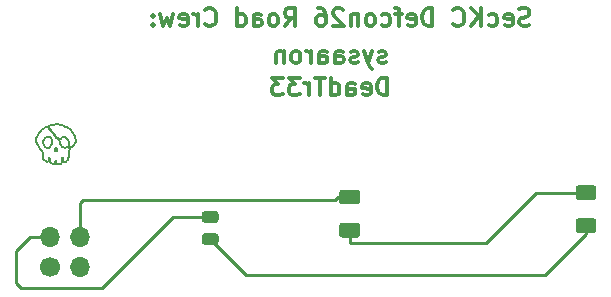
<source format=gbr>
G04 #@! TF.GenerationSoftware,KiCad,Pcbnew,(5.1.2)-1*
G04 #@! TF.CreationDate,2019-05-18T15:03:22-05:00*
G04 #@! TF.ProjectId,van-sao,76616e2d-7361-46f2-9e6b-696361645f70,rev?*
G04 #@! TF.SameCoordinates,Original*
G04 #@! TF.FileFunction,Copper,L2,Bot*
G04 #@! TF.FilePolarity,Positive*
%FSLAX46Y46*%
G04 Gerber Fmt 4.6, Leading zero omitted, Abs format (unit mm)*
G04 Created by KiCad (PCBNEW (5.1.2)-1) date 2019-05-18 15:03:22*
%MOMM*%
%LPD*%
G04 APERTURE LIST*
%ADD10C,0.300000*%
%ADD11C,0.200000*%
%ADD12C,0.100000*%
%ADD13C,1.250000*%
%ADD14C,0.975000*%
%ADD15C,1.700000*%
%ADD16O,1.700000X1.700000*%
%ADD17C,0.250000*%
G04 APERTURE END LIST*
D10*
X5292142Y8068428D02*
X5292142Y9568428D01*
X4935000Y9568428D01*
X4720714Y9497000D01*
X4577857Y9354142D01*
X4506428Y9211285D01*
X4435000Y8925571D01*
X4435000Y8711285D01*
X4506428Y8425571D01*
X4577857Y8282714D01*
X4720714Y8139857D01*
X4935000Y8068428D01*
X5292142Y8068428D01*
X3220714Y8139857D02*
X3363571Y8068428D01*
X3649285Y8068428D01*
X3792142Y8139857D01*
X3863571Y8282714D01*
X3863571Y8854142D01*
X3792142Y8997000D01*
X3649285Y9068428D01*
X3363571Y9068428D01*
X3220714Y8997000D01*
X3149285Y8854142D01*
X3149285Y8711285D01*
X3863571Y8568428D01*
X1863571Y8068428D02*
X1863571Y8854142D01*
X1935000Y8997000D01*
X2077857Y9068428D01*
X2363571Y9068428D01*
X2506428Y8997000D01*
X1863571Y8139857D02*
X2006428Y8068428D01*
X2363571Y8068428D01*
X2506428Y8139857D01*
X2577857Y8282714D01*
X2577857Y8425571D01*
X2506428Y8568428D01*
X2363571Y8639857D01*
X2006428Y8639857D01*
X1863571Y8711285D01*
X506428Y8068428D02*
X506428Y9568428D01*
X506428Y8139857D02*
X649285Y8068428D01*
X935000Y8068428D01*
X1077857Y8139857D01*
X1149285Y8211285D01*
X1220714Y8354142D01*
X1220714Y8782714D01*
X1149285Y8925571D01*
X1077857Y8997000D01*
X935000Y9068428D01*
X649285Y9068428D01*
X506428Y8997000D01*
X6428Y9568428D02*
X-850714Y9568428D01*
X-422142Y8068428D02*
X-422142Y9568428D01*
X-1350714Y8068428D02*
X-1350714Y9068428D01*
X-1350714Y8782714D02*
X-1422142Y8925571D01*
X-1493571Y8997000D01*
X-1636428Y9068428D01*
X-1779285Y9068428D01*
X-2136428Y9568428D02*
X-3064999Y9568428D01*
X-2564999Y8997000D01*
X-2779285Y8997000D01*
X-2922142Y8925571D01*
X-2993571Y8854142D01*
X-3064999Y8711285D01*
X-3064999Y8354142D01*
X-2993571Y8211285D01*
X-2922142Y8139857D01*
X-2779285Y8068428D01*
X-2350714Y8068428D01*
X-2207857Y8139857D01*
X-2136428Y8211285D01*
X-3564999Y9568428D02*
X-4493571Y9568428D01*
X-3993571Y8997000D01*
X-4207857Y8997000D01*
X-4350714Y8925571D01*
X-4422142Y8854142D01*
X-4493571Y8711285D01*
X-4493571Y8354142D01*
X-4422142Y8211285D01*
X-4350714Y8139857D01*
X-4207857Y8068428D01*
X-3779285Y8068428D01*
X-3636428Y8139857D01*
X-3564999Y8211285D01*
X5140571Y10870857D02*
X4997714Y10799428D01*
X4711999Y10799428D01*
X4569142Y10870857D01*
X4497714Y11013714D01*
X4497714Y11085142D01*
X4569142Y11228000D01*
X4711999Y11299428D01*
X4926285Y11299428D01*
X5069142Y11370857D01*
X5140571Y11513714D01*
X5140571Y11585142D01*
X5069142Y11728000D01*
X4926285Y11799428D01*
X4711999Y11799428D01*
X4569142Y11728000D01*
X3997714Y11799428D02*
X3640571Y10799428D01*
X3283428Y11799428D02*
X3640571Y10799428D01*
X3783428Y10442285D01*
X3854857Y10370857D01*
X3997714Y10299428D01*
X2783428Y10870857D02*
X2640571Y10799428D01*
X2354857Y10799428D01*
X2211999Y10870857D01*
X2140571Y11013714D01*
X2140571Y11085142D01*
X2211999Y11228000D01*
X2354857Y11299428D01*
X2569142Y11299428D01*
X2711999Y11370857D01*
X2783428Y11513714D01*
X2783428Y11585142D01*
X2711999Y11728000D01*
X2569142Y11799428D01*
X2354857Y11799428D01*
X2211999Y11728000D01*
X854857Y10799428D02*
X854857Y11585142D01*
X926285Y11728000D01*
X1069142Y11799428D01*
X1354857Y11799428D01*
X1497714Y11728000D01*
X854857Y10870857D02*
X997714Y10799428D01*
X1354857Y10799428D01*
X1497714Y10870857D01*
X1569142Y11013714D01*
X1569142Y11156571D01*
X1497714Y11299428D01*
X1354857Y11370857D01*
X997714Y11370857D01*
X854857Y11442285D01*
X-502285Y10799428D02*
X-502285Y11585142D01*
X-430857Y11728000D01*
X-288000Y11799428D01*
X-2285Y11799428D01*
X140571Y11728000D01*
X-502285Y10870857D02*
X-359428Y10799428D01*
X-2285Y10799428D01*
X140571Y10870857D01*
X211999Y11013714D01*
X211999Y11156571D01*
X140571Y11299428D01*
X-2285Y11370857D01*
X-359428Y11370857D01*
X-502285Y11442285D01*
X-1216571Y10799428D02*
X-1216571Y11799428D01*
X-1216571Y11513714D02*
X-1288000Y11656571D01*
X-1359428Y11728000D01*
X-1502285Y11799428D01*
X-1645142Y11799428D01*
X-2359428Y10799428D02*
X-2216571Y10870857D01*
X-2145142Y10942285D01*
X-2073714Y11085142D01*
X-2073714Y11513714D01*
X-2145142Y11656571D01*
X-2216571Y11728000D01*
X-2359428Y11799428D01*
X-2573714Y11799428D01*
X-2716571Y11728000D01*
X-2788000Y11656571D01*
X-2859428Y11513714D01*
X-2859428Y11085142D01*
X-2788000Y10942285D01*
X-2716571Y10870857D01*
X-2573714Y10799428D01*
X-2359428Y10799428D01*
X-3502285Y11799428D02*
X-3502285Y10799428D01*
X-3502285Y11656571D02*
X-3573714Y11728000D01*
X-3716571Y11799428D01*
X-3930857Y11799428D01*
X-4073714Y11728000D01*
X-4145142Y11585142D01*
X-4145142Y10799428D01*
X17307285Y13998857D02*
X17093000Y13927428D01*
X16735857Y13927428D01*
X16593000Y13998857D01*
X16521571Y14070285D01*
X16450142Y14213142D01*
X16450142Y14356000D01*
X16521571Y14498857D01*
X16593000Y14570285D01*
X16735857Y14641714D01*
X17021571Y14713142D01*
X17164428Y14784571D01*
X17235857Y14856000D01*
X17307285Y14998857D01*
X17307285Y15141714D01*
X17235857Y15284571D01*
X17164428Y15356000D01*
X17021571Y15427428D01*
X16664428Y15427428D01*
X16450142Y15356000D01*
X15235857Y13998857D02*
X15378714Y13927428D01*
X15664428Y13927428D01*
X15807285Y13998857D01*
X15878714Y14141714D01*
X15878714Y14713142D01*
X15807285Y14856000D01*
X15664428Y14927428D01*
X15378714Y14927428D01*
X15235857Y14856000D01*
X15164428Y14713142D01*
X15164428Y14570285D01*
X15878714Y14427428D01*
X13878714Y13998857D02*
X14021571Y13927428D01*
X14307285Y13927428D01*
X14450142Y13998857D01*
X14521571Y14070285D01*
X14592999Y14213142D01*
X14592999Y14641714D01*
X14521571Y14784571D01*
X14450142Y14856000D01*
X14307285Y14927428D01*
X14021571Y14927428D01*
X13878714Y14856000D01*
X13235857Y13927428D02*
X13235857Y15427428D01*
X12378714Y13927428D02*
X13021571Y14784571D01*
X12378714Y15427428D02*
X13235857Y14570285D01*
X10878714Y14070285D02*
X10950142Y13998857D01*
X11164428Y13927428D01*
X11307285Y13927428D01*
X11521571Y13998857D01*
X11664428Y14141714D01*
X11735857Y14284571D01*
X11807285Y14570285D01*
X11807285Y14784571D01*
X11735857Y15070285D01*
X11664428Y15213142D01*
X11521571Y15356000D01*
X11307285Y15427428D01*
X11164428Y15427428D01*
X10950142Y15356000D01*
X10878714Y15284571D01*
X9092999Y13927428D02*
X9092999Y15427428D01*
X8735857Y15427428D01*
X8521571Y15356000D01*
X8378714Y15213142D01*
X8307285Y15070285D01*
X8235857Y14784571D01*
X8235857Y14570285D01*
X8307285Y14284571D01*
X8378714Y14141714D01*
X8521571Y13998857D01*
X8735857Y13927428D01*
X9092999Y13927428D01*
X7021571Y13998857D02*
X7164428Y13927428D01*
X7450142Y13927428D01*
X7592999Y13998857D01*
X7664428Y14141714D01*
X7664428Y14713142D01*
X7592999Y14856000D01*
X7450142Y14927428D01*
X7164428Y14927428D01*
X7021571Y14856000D01*
X6950142Y14713142D01*
X6950142Y14570285D01*
X7664428Y14427428D01*
X6521571Y14927428D02*
X5950142Y14927428D01*
X6307285Y13927428D02*
X6307285Y15213142D01*
X6235857Y15356000D01*
X6092999Y15427428D01*
X5950142Y15427428D01*
X4807285Y13998857D02*
X4950142Y13927428D01*
X5235857Y13927428D01*
X5378714Y13998857D01*
X5450142Y14070285D01*
X5521571Y14213142D01*
X5521571Y14641714D01*
X5450142Y14784571D01*
X5378714Y14856000D01*
X5235857Y14927428D01*
X4950142Y14927428D01*
X4807285Y14856000D01*
X3950142Y13927428D02*
X4092999Y13998857D01*
X4164428Y14070285D01*
X4235857Y14213142D01*
X4235857Y14641714D01*
X4164428Y14784571D01*
X4092999Y14856000D01*
X3950142Y14927428D01*
X3735857Y14927428D01*
X3592999Y14856000D01*
X3521571Y14784571D01*
X3450142Y14641714D01*
X3450142Y14213142D01*
X3521571Y14070285D01*
X3592999Y13998857D01*
X3735857Y13927428D01*
X3950142Y13927428D01*
X2807285Y14927428D02*
X2807285Y13927428D01*
X2807285Y14784571D02*
X2735857Y14856000D01*
X2592999Y14927428D01*
X2378714Y14927428D01*
X2235857Y14856000D01*
X2164428Y14713142D01*
X2164428Y13927428D01*
X1521571Y15284571D02*
X1450142Y15356000D01*
X1307285Y15427428D01*
X950142Y15427428D01*
X807285Y15356000D01*
X735857Y15284571D01*
X664428Y15141714D01*
X664428Y14998857D01*
X735857Y14784571D01*
X1592999Y13927428D01*
X664428Y13927428D01*
X-621285Y15427428D02*
X-335571Y15427428D01*
X-192714Y15356000D01*
X-121285Y15284571D01*
X21571Y15070285D01*
X92999Y14784571D01*
X92999Y14213142D01*
X21571Y14070285D01*
X-49857Y13998857D01*
X-192714Y13927428D01*
X-478428Y13927428D01*
X-621285Y13998857D01*
X-692714Y14070285D01*
X-764142Y14213142D01*
X-764142Y14570285D01*
X-692714Y14713142D01*
X-621285Y14784571D01*
X-478428Y14856000D01*
X-192714Y14856000D01*
X-49857Y14784571D01*
X21571Y14713142D01*
X92999Y14570285D01*
X-3407000Y13927428D02*
X-2907000Y14641714D01*
X-2549857Y13927428D02*
X-2549857Y15427428D01*
X-3121285Y15427428D01*
X-3264142Y15356000D01*
X-3335571Y15284571D01*
X-3407000Y15141714D01*
X-3407000Y14927428D01*
X-3335571Y14784571D01*
X-3264142Y14713142D01*
X-3121285Y14641714D01*
X-2549857Y14641714D01*
X-4264142Y13927428D02*
X-4121285Y13998857D01*
X-4049857Y14070285D01*
X-3978428Y14213142D01*
X-3978428Y14641714D01*
X-4049857Y14784571D01*
X-4121285Y14856000D01*
X-4264142Y14927428D01*
X-4478428Y14927428D01*
X-4621285Y14856000D01*
X-4692714Y14784571D01*
X-4764142Y14641714D01*
X-4764142Y14213142D01*
X-4692714Y14070285D01*
X-4621285Y13998857D01*
X-4478428Y13927428D01*
X-4264142Y13927428D01*
X-6049857Y13927428D02*
X-6049857Y14713142D01*
X-5978428Y14856000D01*
X-5835571Y14927428D01*
X-5549857Y14927428D01*
X-5407000Y14856000D01*
X-6049857Y13998857D02*
X-5907000Y13927428D01*
X-5549857Y13927428D01*
X-5407000Y13998857D01*
X-5335571Y14141714D01*
X-5335571Y14284571D01*
X-5407000Y14427428D01*
X-5549857Y14498857D01*
X-5907000Y14498857D01*
X-6049857Y14570285D01*
X-7407000Y13927428D02*
X-7407000Y15427428D01*
X-7407000Y13998857D02*
X-7264142Y13927428D01*
X-6978428Y13927428D01*
X-6835571Y13998857D01*
X-6764142Y14070285D01*
X-6692714Y14213142D01*
X-6692714Y14641714D01*
X-6764142Y14784571D01*
X-6835571Y14856000D01*
X-6978428Y14927428D01*
X-7264142Y14927428D01*
X-7407000Y14856000D01*
X-10121285Y14070285D02*
X-10049857Y13998857D01*
X-9835571Y13927428D01*
X-9692714Y13927428D01*
X-9478428Y13998857D01*
X-9335571Y14141714D01*
X-9264142Y14284571D01*
X-9192714Y14570285D01*
X-9192714Y14784571D01*
X-9264142Y15070285D01*
X-9335571Y15213142D01*
X-9478428Y15356000D01*
X-9692714Y15427428D01*
X-9835571Y15427428D01*
X-10049857Y15356000D01*
X-10121285Y15284571D01*
X-10764142Y13927428D02*
X-10764142Y14927428D01*
X-10764142Y14641714D02*
X-10835571Y14784571D01*
X-10907000Y14856000D01*
X-11049857Y14927428D01*
X-11192714Y14927428D01*
X-12264142Y13998857D02*
X-12121285Y13927428D01*
X-11835571Y13927428D01*
X-11692714Y13998857D01*
X-11621285Y14141714D01*
X-11621285Y14713142D01*
X-11692714Y14856000D01*
X-11835571Y14927428D01*
X-12121285Y14927428D01*
X-12264142Y14856000D01*
X-12335571Y14713142D01*
X-12335571Y14570285D01*
X-11621285Y14427428D01*
X-12835571Y14927428D02*
X-13121285Y13927428D01*
X-13407000Y14641714D01*
X-13692714Y13927428D01*
X-13978428Y14927428D01*
X-14549857Y14070285D02*
X-14621285Y13998857D01*
X-14549857Y13927428D01*
X-14478428Y13998857D01*
X-14549857Y14070285D01*
X-14549857Y13927428D01*
X-14549857Y14856000D02*
X-14621285Y14784571D01*
X-14549857Y14713142D01*
X-14478428Y14784571D01*
X-14549857Y14856000D01*
X-14549857Y14713142D01*
D11*
X-22774535Y4513135D02*
X-22871128Y4617565D01*
X-22871128Y4617565D02*
X-22965889Y4725947D01*
X-22965889Y4725947D02*
X-23058756Y4836730D01*
X-23058756Y4836730D02*
X-23148229Y4947441D01*
X-23148229Y4947441D02*
X-23237734Y5062369D01*
X-23237734Y5062369D02*
X-23323894Y5178020D01*
X-23323894Y5178020D02*
X-23406960Y5297317D01*
X-23406960Y5297317D02*
X-23478200Y5422570D01*
X-22866530Y3362050D02*
X-22842195Y3538284D01*
X-22842195Y3538284D02*
X-22780872Y3657587D01*
X-23704017Y4428167D02*
X-23590152Y4515728D01*
X-23590152Y4515728D02*
X-23463035Y4555202D01*
X-23741367Y3724277D02*
X-23823597Y3842250D01*
X-23823597Y3842250D02*
X-23869594Y3997822D01*
X-23869594Y3997822D02*
X-23854715Y4183433D01*
X-23854715Y4183433D02*
X-23792617Y4321926D01*
X-23792617Y4321926D02*
X-23704017Y4428167D01*
X-23463027Y4555187D02*
X-23321405Y4518587D01*
X-22780872Y3314650D02*
X-22866530Y3362050D01*
X-23504855Y3619495D02*
X-23665004Y3659416D01*
X-23665004Y3659416D02*
X-23741367Y3724277D01*
X-22780872Y3657587D02*
X-22715153Y3523038D01*
X-22715153Y3523038D02*
X-22695215Y3362050D01*
X-21908675Y2483875D02*
X-21789148Y2565081D01*
X-21789148Y2565081D02*
X-21722203Y2698856D01*
X-21722203Y2698856D02*
X-21713602Y2891131D01*
X-21713602Y2891131D02*
X-21713465Y2914562D01*
X-22294737Y3724180D02*
X-22383601Y3839828D01*
X-22383601Y3839828D02*
X-22448510Y3975640D01*
X-22448510Y3975640D02*
X-22475735Y4122640D01*
X-23085710Y4121102D02*
X-23117104Y3952182D01*
X-23117104Y3952182D02*
X-23185672Y3820404D01*
X-23185672Y3820404D02*
X-23280397Y3714343D01*
X-23280397Y3714343D02*
X-23406833Y3637821D01*
X-23406833Y3637821D02*
X-23504855Y3619495D01*
X-23504525Y5436895D02*
X-23504855Y5436917D01*
X-22475735Y4122640D02*
X-22547596Y4251641D01*
X-22547596Y4251641D02*
X-22637571Y4362960D01*
X-22637571Y4362960D02*
X-22733040Y4469301D01*
X-22733040Y4469301D02*
X-22774535Y4513135D01*
X-23321405Y4518587D02*
X-23213505Y4424498D01*
X-23213505Y4424498D02*
X-23135464Y4302028D01*
X-23135464Y4302028D02*
X-23087402Y4150045D01*
X-23087402Y4150045D02*
X-23085710Y4121102D01*
X-21636657Y3347402D02*
X-21578742Y3489948D01*
X-21578742Y3489948D02*
X-21631818Y3637367D01*
X-21631818Y3637367D02*
X-21679932Y3659380D01*
X-22695215Y3362050D02*
X-22780872Y3314650D01*
X-21869937Y3663880D02*
X-22024589Y3617749D01*
X-22024589Y3617749D02*
X-22191903Y3651153D01*
X-22191903Y3651153D02*
X-22294737Y3724180D01*
X-21713465Y2914562D02*
X-21702009Y3104442D01*
X-21702009Y3104442D02*
X-21666335Y3270091D01*
X-21666335Y3270091D02*
X-21636657Y3347402D01*
X-21679932Y3659380D02*
X-21869937Y3663880D01*
X-22742802Y2432867D02*
X-22742802Y2237065D01*
X-22742802Y2237065D02*
X-22548260Y2260165D01*
X-22767927Y5600867D02*
X-22961026Y5592062D01*
X-22961026Y5592062D02*
X-23139362Y5569121D01*
X-23139362Y5569121D02*
X-23301757Y5530847D01*
X-23301757Y5530847D02*
X-23390540Y5473532D01*
X-22171242Y2609725D02*
X-22170500Y2580925D01*
X-22209342Y2819297D02*
X-22172194Y2656270D01*
X-22172194Y2656270D02*
X-22171242Y2609725D01*
X-22247442Y2595287D02*
X-22231080Y2779372D01*
X-22231080Y2779372D02*
X-22209342Y2819297D01*
X-22548260Y2260165D02*
X-22379049Y2291357D01*
X-22379049Y2291357D02*
X-22270961Y2383369D01*
X-22270961Y2383369D02*
X-22247645Y2561849D01*
X-22247645Y2561849D02*
X-22247442Y2595287D01*
X-22780902Y2628745D02*
X-22743336Y2465608D01*
X-22743336Y2465608D02*
X-22742802Y2432867D01*
X-21227832Y3867130D02*
X-21149864Y3990091D01*
X-21149864Y3990091D02*
X-21107666Y4147936D01*
X-21107666Y4147936D02*
X-21112032Y4267216D01*
X-22819002Y2438230D02*
X-22795090Y2614931D01*
X-22795090Y2614931D02*
X-22780902Y2628745D01*
X-24188435Y3660985D02*
X-24096058Y3550500D01*
X-24096058Y3550500D02*
X-24009246Y3435250D01*
X-24009246Y3435250D02*
X-23933511Y3310535D01*
X-23933511Y3310535D02*
X-23877080Y3164673D01*
X-23877080Y3164673D02*
X-23850321Y2990464D01*
X-23850321Y2990464D02*
X-23847207Y2887142D01*
X-24391235Y3941485D02*
X-24313657Y3817389D01*
X-24313657Y3817389D02*
X-24225675Y3704861D01*
X-24225675Y3704861D02*
X-24188435Y3660985D01*
X-24447035Y4343207D02*
X-24454072Y4149338D01*
X-24454072Y4149338D02*
X-24413406Y3988597D01*
X-24413406Y3988597D02*
X-24400460Y3959860D01*
X-23504855Y5436917D02*
X-23655429Y5386371D01*
X-23655429Y5386371D02*
X-23783446Y5313860D01*
X-23783446Y5313860D02*
X-23903400Y5232163D01*
X-23903400Y5232163D02*
X-24014867Y5141989D01*
X-24014867Y5141989D02*
X-24078800Y5079467D01*
X-22826645Y4662107D02*
X-22731432Y4556101D01*
X-22731432Y4556101D02*
X-22630775Y4456274D01*
X-22630775Y4456274D02*
X-22516909Y4369874D01*
X-22516909Y4369874D02*
X-22376015Y4399322D01*
X-22942842Y2252095D02*
X-22820749Y2330818D01*
X-22820749Y2330818D02*
X-22819002Y2438230D01*
X-23314355Y2595257D02*
X-23297596Y2411696D01*
X-23297596Y2411696D02*
X-23211544Y2297446D01*
X-23211544Y2297446D02*
X-23048564Y2258447D01*
X-23048564Y2258447D02*
X-22942842Y2252095D01*
X-23352455Y2819267D02*
X-23315746Y2655647D01*
X-23315746Y2655647D02*
X-23314355Y2595257D01*
X-23390555Y2609695D02*
X-23371463Y2791078D01*
X-23371463Y2791078D02*
X-23352455Y2819267D01*
X-23652822Y2483845D02*
X-23522403Y2414033D01*
X-23522403Y2414033D02*
X-23396559Y2489120D01*
X-23396559Y2489120D02*
X-23390555Y2609695D01*
X-23847207Y2887142D02*
X-23839361Y2694906D01*
X-23839361Y2694906D02*
X-23770474Y2563303D01*
X-23770474Y2563303D02*
X-23652822Y2483845D01*
X-24078800Y5079467D02*
X-24169458Y4968091D01*
X-24169458Y4968091D02*
X-24249641Y4846727D01*
X-24249641Y4846727D02*
X-24320767Y4716765D01*
X-24320767Y4716765D02*
X-24382608Y4576971D01*
X-24382608Y4576971D02*
X-24431191Y4425354D01*
X-24431191Y4425354D02*
X-24447035Y4343207D01*
X-21112032Y4267216D02*
X-21138283Y4442961D01*
X-21138283Y4442961D02*
X-21185113Y4599770D01*
X-21185113Y4599770D02*
X-21246666Y4738972D01*
X-21246666Y4738972D02*
X-21322804Y4868621D01*
X-21322804Y4868621D02*
X-21408268Y4984261D01*
X-21408268Y4984261D02*
X-21503299Y5089734D01*
X-21503299Y5089734D02*
X-21608145Y5186563D01*
X-21608145Y5186563D02*
X-21721038Y5273776D01*
X-21721038Y5273776D02*
X-21844046Y5352990D01*
X-21844046Y5352990D02*
X-21977431Y5423583D01*
X-21977431Y5423583D02*
X-22117961Y5483276D01*
X-22117961Y5483276D02*
X-22270225Y5532978D01*
X-22270225Y5532978D02*
X-22433626Y5570594D01*
X-22433626Y5570594D02*
X-22611053Y5594251D01*
X-22611053Y5594251D02*
X-22767927Y5600867D01*
X-23390540Y5473532D02*
X-23326868Y5335360D01*
X-23326868Y5335360D02*
X-23248266Y5212458D01*
X-23248266Y5212458D02*
X-23165329Y5093288D01*
X-23165329Y5093288D02*
X-23079916Y4977138D01*
X-23079916Y4977138D02*
X-22987308Y4857055D01*
X-22987308Y4857055D02*
X-22894482Y4742303D01*
X-22894482Y4742303D02*
X-22826645Y4662107D01*
X-21613490Y3702505D02*
X-21441767Y3673942D01*
X-21441767Y3673942D02*
X-21318343Y3750630D01*
X-21318343Y3750630D02*
X-21230654Y3863034D01*
X-21230654Y3863034D02*
X-21227832Y3867130D01*
X-22045430Y4550545D02*
X-21911971Y4483101D01*
X-21911971Y4483101D02*
X-21810274Y4381487D01*
X-21810274Y4381487D02*
X-21738011Y4252831D01*
X-21738011Y4252831D02*
X-21697018Y4092779D01*
X-21697018Y4092779D02*
X-21698105Y3927407D01*
X-21698105Y3927407D02*
X-21686865Y3738368D01*
X-21686865Y3738368D02*
X-21613490Y3702505D01*
X-22376015Y4399322D02*
X-22275231Y4498697D01*
X-22275231Y4498697D02*
X-22129261Y4552819D01*
X-22129261Y4552819D02*
X-22045430Y4550545D01*
X-22169000Y2536000D02*
X-22104609Y2400329D01*
X-22104609Y2400329D02*
X-21958040Y2454772D01*
X-21958040Y2454772D02*
X-21908675Y2483875D01*
D12*
G36*
X22761504Y445796D02*
G01*
X22785773Y442196D01*
X22809571Y436235D01*
X22832671Y427970D01*
X22854849Y417480D01*
X22875893Y404867D01*
X22895598Y390253D01*
X22913777Y373777D01*
X22930253Y355598D01*
X22944867Y335893D01*
X22957480Y314849D01*
X22967970Y292671D01*
X22976235Y269571D01*
X22982196Y245773D01*
X22985796Y221504D01*
X22987000Y197000D01*
X22987000Y-553000D01*
X22985796Y-577504D01*
X22982196Y-601773D01*
X22976235Y-625571D01*
X22967970Y-648671D01*
X22957480Y-670849D01*
X22944867Y-691893D01*
X22930253Y-711598D01*
X22913777Y-729777D01*
X22895598Y-746253D01*
X22875893Y-760867D01*
X22854849Y-773480D01*
X22832671Y-783970D01*
X22809571Y-792235D01*
X22785773Y-798196D01*
X22761504Y-801796D01*
X22737000Y-803000D01*
X21487000Y-803000D01*
X21462496Y-801796D01*
X21438227Y-798196D01*
X21414429Y-792235D01*
X21391329Y-783970D01*
X21369151Y-773480D01*
X21348107Y-760867D01*
X21328402Y-746253D01*
X21310223Y-729777D01*
X21293747Y-711598D01*
X21279133Y-691893D01*
X21266520Y-670849D01*
X21256030Y-648671D01*
X21247765Y-625571D01*
X21241804Y-601773D01*
X21238204Y-577504D01*
X21237000Y-553000D01*
X21237000Y197000D01*
X21238204Y221504D01*
X21241804Y245773D01*
X21247765Y269571D01*
X21256030Y292671D01*
X21266520Y314849D01*
X21279133Y335893D01*
X21293747Y355598D01*
X21310223Y373777D01*
X21328402Y390253D01*
X21348107Y404867D01*
X21369151Y417480D01*
X21391329Y427970D01*
X21414429Y436235D01*
X21438227Y442196D01*
X21462496Y445796D01*
X21487000Y447000D01*
X22737000Y447000D01*
X22761504Y445796D01*
X22761504Y445796D01*
G37*
D13*
X22112000Y-178000D03*
D12*
G36*
X22761504Y-2354204D02*
G01*
X22785773Y-2357804D01*
X22809571Y-2363765D01*
X22832671Y-2372030D01*
X22854849Y-2382520D01*
X22875893Y-2395133D01*
X22895598Y-2409747D01*
X22913777Y-2426223D01*
X22930253Y-2444402D01*
X22944867Y-2464107D01*
X22957480Y-2485151D01*
X22967970Y-2507329D01*
X22976235Y-2530429D01*
X22982196Y-2554227D01*
X22985796Y-2578496D01*
X22987000Y-2603000D01*
X22987000Y-3353000D01*
X22985796Y-3377504D01*
X22982196Y-3401773D01*
X22976235Y-3425571D01*
X22967970Y-3448671D01*
X22957480Y-3470849D01*
X22944867Y-3491893D01*
X22930253Y-3511598D01*
X22913777Y-3529777D01*
X22895598Y-3546253D01*
X22875893Y-3560867D01*
X22854849Y-3573480D01*
X22832671Y-3583970D01*
X22809571Y-3592235D01*
X22785773Y-3598196D01*
X22761504Y-3601796D01*
X22737000Y-3603000D01*
X21487000Y-3603000D01*
X21462496Y-3601796D01*
X21438227Y-3598196D01*
X21414429Y-3592235D01*
X21391329Y-3583970D01*
X21369151Y-3573480D01*
X21348107Y-3560867D01*
X21328402Y-3546253D01*
X21310223Y-3529777D01*
X21293747Y-3511598D01*
X21279133Y-3491893D01*
X21266520Y-3470849D01*
X21256030Y-3448671D01*
X21247765Y-3425571D01*
X21241804Y-3401773D01*
X21238204Y-3377504D01*
X21237000Y-3353000D01*
X21237000Y-2603000D01*
X21238204Y-2578496D01*
X21241804Y-2554227D01*
X21247765Y-2530429D01*
X21256030Y-2507329D01*
X21266520Y-2485151D01*
X21279133Y-2464107D01*
X21293747Y-2444402D01*
X21310223Y-2426223D01*
X21328402Y-2409747D01*
X21348107Y-2395133D01*
X21369151Y-2382520D01*
X21391329Y-2372030D01*
X21414429Y-2363765D01*
X21438227Y-2357804D01*
X21462496Y-2354204D01*
X21487000Y-2353000D01*
X22737000Y-2353000D01*
X22761504Y-2354204D01*
X22761504Y-2354204D01*
G37*
D13*
X22112000Y-2978000D03*
D12*
G36*
X2736504Y-2727204D02*
G01*
X2760773Y-2730804D01*
X2784571Y-2736765D01*
X2807671Y-2745030D01*
X2829849Y-2755520D01*
X2850893Y-2768133D01*
X2870598Y-2782747D01*
X2888777Y-2799223D01*
X2905253Y-2817402D01*
X2919867Y-2837107D01*
X2932480Y-2858151D01*
X2942970Y-2880329D01*
X2951235Y-2903429D01*
X2957196Y-2927227D01*
X2960796Y-2951496D01*
X2962000Y-2976000D01*
X2962000Y-3726000D01*
X2960796Y-3750504D01*
X2957196Y-3774773D01*
X2951235Y-3798571D01*
X2942970Y-3821671D01*
X2932480Y-3843849D01*
X2919867Y-3864893D01*
X2905253Y-3884598D01*
X2888777Y-3902777D01*
X2870598Y-3919253D01*
X2850893Y-3933867D01*
X2829849Y-3946480D01*
X2807671Y-3956970D01*
X2784571Y-3965235D01*
X2760773Y-3971196D01*
X2736504Y-3974796D01*
X2712000Y-3976000D01*
X1462000Y-3976000D01*
X1437496Y-3974796D01*
X1413227Y-3971196D01*
X1389429Y-3965235D01*
X1366329Y-3956970D01*
X1344151Y-3946480D01*
X1323107Y-3933867D01*
X1303402Y-3919253D01*
X1285223Y-3902777D01*
X1268747Y-3884598D01*
X1254133Y-3864893D01*
X1241520Y-3843849D01*
X1231030Y-3821671D01*
X1222765Y-3798571D01*
X1216804Y-3774773D01*
X1213204Y-3750504D01*
X1212000Y-3726000D01*
X1212000Y-2976000D01*
X1213204Y-2951496D01*
X1216804Y-2927227D01*
X1222765Y-2903429D01*
X1231030Y-2880329D01*
X1241520Y-2858151D01*
X1254133Y-2837107D01*
X1268747Y-2817402D01*
X1285223Y-2799223D01*
X1303402Y-2782747D01*
X1323107Y-2768133D01*
X1344151Y-2755520D01*
X1366329Y-2745030D01*
X1389429Y-2736765D01*
X1413227Y-2730804D01*
X1437496Y-2727204D01*
X1462000Y-2726000D01*
X2712000Y-2726000D01*
X2736504Y-2727204D01*
X2736504Y-2727204D01*
G37*
D13*
X2087000Y-3351000D03*
D12*
G36*
X2736504Y72796D02*
G01*
X2760773Y69196D01*
X2784571Y63235D01*
X2807671Y54970D01*
X2829849Y44480D01*
X2850893Y31867D01*
X2870598Y17253D01*
X2888777Y777D01*
X2905253Y-17402D01*
X2919867Y-37107D01*
X2932480Y-58151D01*
X2942970Y-80329D01*
X2951235Y-103429D01*
X2957196Y-127227D01*
X2960796Y-151496D01*
X2962000Y-176000D01*
X2962000Y-926000D01*
X2960796Y-950504D01*
X2957196Y-974773D01*
X2951235Y-998571D01*
X2942970Y-1021671D01*
X2932480Y-1043849D01*
X2919867Y-1064893D01*
X2905253Y-1084598D01*
X2888777Y-1102777D01*
X2870598Y-1119253D01*
X2850893Y-1133867D01*
X2829849Y-1146480D01*
X2807671Y-1156970D01*
X2784571Y-1165235D01*
X2760773Y-1171196D01*
X2736504Y-1174796D01*
X2712000Y-1176000D01*
X1462000Y-1176000D01*
X1437496Y-1174796D01*
X1413227Y-1171196D01*
X1389429Y-1165235D01*
X1366329Y-1156970D01*
X1344151Y-1146480D01*
X1323107Y-1133867D01*
X1303402Y-1119253D01*
X1285223Y-1102777D01*
X1268747Y-1084598D01*
X1254133Y-1064893D01*
X1241520Y-1043849D01*
X1231030Y-1021671D01*
X1222765Y-998571D01*
X1216804Y-974773D01*
X1213204Y-950504D01*
X1212000Y-926000D01*
X1212000Y-176000D01*
X1213204Y-151496D01*
X1216804Y-127227D01*
X1222765Y-103429D01*
X1231030Y-80329D01*
X1241520Y-58151D01*
X1254133Y-37107D01*
X1268747Y-17402D01*
X1285223Y777D01*
X1303402Y17253D01*
X1323107Y31867D01*
X1344151Y44480D01*
X1366329Y54970D01*
X1389429Y63235D01*
X1413227Y69196D01*
X1437496Y72796D01*
X1462000Y74000D01*
X2712000Y74000D01*
X2736504Y72796D01*
X2736504Y72796D01*
G37*
D13*
X2087000Y-551000D03*
D12*
G36*
X-9232858Y-3619174D02*
G01*
X-9209197Y-3622684D01*
X-9185993Y-3628496D01*
X-9163471Y-3636554D01*
X-9141847Y-3646782D01*
X-9121330Y-3659079D01*
X-9102117Y-3673329D01*
X-9084393Y-3689393D01*
X-9068329Y-3707117D01*
X-9054079Y-3726330D01*
X-9041782Y-3746847D01*
X-9031554Y-3768471D01*
X-9023496Y-3790993D01*
X-9017684Y-3814197D01*
X-9014174Y-3837858D01*
X-9013000Y-3861750D01*
X-9013000Y-4349250D01*
X-9014174Y-4373142D01*
X-9017684Y-4396803D01*
X-9023496Y-4420007D01*
X-9031554Y-4442529D01*
X-9041782Y-4464153D01*
X-9054079Y-4484670D01*
X-9068329Y-4503883D01*
X-9084393Y-4521607D01*
X-9102117Y-4537671D01*
X-9121330Y-4551921D01*
X-9141847Y-4564218D01*
X-9163471Y-4574446D01*
X-9185993Y-4582504D01*
X-9209197Y-4588316D01*
X-9232858Y-4591826D01*
X-9256750Y-4593000D01*
X-10169250Y-4593000D01*
X-10193142Y-4591826D01*
X-10216803Y-4588316D01*
X-10240007Y-4582504D01*
X-10262529Y-4574446D01*
X-10284153Y-4564218D01*
X-10304670Y-4551921D01*
X-10323883Y-4537671D01*
X-10341607Y-4521607D01*
X-10357671Y-4503883D01*
X-10371921Y-4484670D01*
X-10384218Y-4464153D01*
X-10394446Y-4442529D01*
X-10402504Y-4420007D01*
X-10408316Y-4396803D01*
X-10411826Y-4373142D01*
X-10413000Y-4349250D01*
X-10413000Y-3861750D01*
X-10411826Y-3837858D01*
X-10408316Y-3814197D01*
X-10402504Y-3790993D01*
X-10394446Y-3768471D01*
X-10384218Y-3746847D01*
X-10371921Y-3726330D01*
X-10357671Y-3707117D01*
X-10341607Y-3689393D01*
X-10323883Y-3673329D01*
X-10304670Y-3659079D01*
X-10284153Y-3646782D01*
X-10262529Y-3636554D01*
X-10240007Y-3628496D01*
X-10216803Y-3622684D01*
X-10193142Y-3619174D01*
X-10169250Y-3618000D01*
X-9256750Y-3618000D01*
X-9232858Y-3619174D01*
X-9232858Y-3619174D01*
G37*
D14*
X-9713000Y-4105500D03*
D12*
G36*
X-9232858Y-1744174D02*
G01*
X-9209197Y-1747684D01*
X-9185993Y-1753496D01*
X-9163471Y-1761554D01*
X-9141847Y-1771782D01*
X-9121330Y-1784079D01*
X-9102117Y-1798329D01*
X-9084393Y-1814393D01*
X-9068329Y-1832117D01*
X-9054079Y-1851330D01*
X-9041782Y-1871847D01*
X-9031554Y-1893471D01*
X-9023496Y-1915993D01*
X-9017684Y-1939197D01*
X-9014174Y-1962858D01*
X-9013000Y-1986750D01*
X-9013000Y-2474250D01*
X-9014174Y-2498142D01*
X-9017684Y-2521803D01*
X-9023496Y-2545007D01*
X-9031554Y-2567529D01*
X-9041782Y-2589153D01*
X-9054079Y-2609670D01*
X-9068329Y-2628883D01*
X-9084393Y-2646607D01*
X-9102117Y-2662671D01*
X-9121330Y-2676921D01*
X-9141847Y-2689218D01*
X-9163471Y-2699446D01*
X-9185993Y-2707504D01*
X-9209197Y-2713316D01*
X-9232858Y-2716826D01*
X-9256750Y-2718000D01*
X-10169250Y-2718000D01*
X-10193142Y-2716826D01*
X-10216803Y-2713316D01*
X-10240007Y-2707504D01*
X-10262529Y-2699446D01*
X-10284153Y-2689218D01*
X-10304670Y-2676921D01*
X-10323883Y-2662671D01*
X-10341607Y-2646607D01*
X-10357671Y-2628883D01*
X-10371921Y-2609670D01*
X-10384218Y-2589153D01*
X-10394446Y-2567529D01*
X-10402504Y-2545007D01*
X-10408316Y-2521803D01*
X-10411826Y-2498142D01*
X-10413000Y-2474250D01*
X-10413000Y-1986750D01*
X-10411826Y-1962858D01*
X-10408316Y-1939197D01*
X-10402504Y-1915993D01*
X-10394446Y-1893471D01*
X-10384218Y-1871847D01*
X-10371921Y-1851330D01*
X-10357671Y-1832117D01*
X-10341607Y-1814393D01*
X-10323883Y-1798329D01*
X-10304670Y-1784079D01*
X-10284153Y-1771782D01*
X-10262529Y-1761554D01*
X-10240007Y-1753496D01*
X-10216803Y-1747684D01*
X-10193142Y-1744174D01*
X-10169250Y-1743000D01*
X-9256750Y-1743000D01*
X-9232858Y-1744174D01*
X-9232858Y-1744174D01*
G37*
D14*
X-9713000Y-2230500D03*
D15*
X-23307999Y-6495999D03*
D16*
X-20767999Y-6495999D03*
X-23307999Y-3955999D03*
X-20767999Y-3955999D03*
D17*
X2087000Y-3351000D02*
X2087000Y-4368000D01*
X2087000Y-4368000D02*
X2161000Y-4442000D01*
X2161000Y-4442000D02*
X13609000Y-4442000D01*
X17873000Y-178000D02*
X22112000Y-178000D01*
X13609000Y-4442000D02*
X17873000Y-178000D01*
X22112000Y-3703000D02*
X18665000Y-7150000D01*
X22112000Y-2978000D02*
X22112000Y-3703000D01*
X-6668500Y-7150000D02*
X-9713000Y-4105500D01*
X-1041000Y-7150000D02*
X-6668500Y-7150000D01*
X-1041000Y-7150000D02*
X-1326000Y-7150000D01*
X18665000Y-7150000D02*
X-1041000Y-7150000D01*
X-20767999Y-1086999D02*
X-20767999Y-3955999D01*
X-20477000Y-796000D02*
X-20767999Y-1086999D01*
X867000Y-796000D02*
X-20477000Y-796000D01*
X2087000Y-551000D02*
X1112000Y-551000D01*
X1112000Y-551000D02*
X867000Y-796000D01*
X-24989999Y-3955999D02*
X-23307999Y-3955999D01*
X-26156000Y-7847000D02*
X-26156000Y-5122000D01*
X-12843500Y-2230500D02*
X-13855000Y-3242000D01*
X-9713000Y-2230500D02*
X-12843500Y-2230500D01*
X-13855000Y-3242000D02*
X-13867000Y-3242000D01*
X-13867000Y-3242000D02*
X-18911000Y-8286000D01*
X-18911000Y-8286000D02*
X-25717000Y-8286000D01*
X-26156000Y-5122000D02*
X-24989999Y-3955999D01*
X-25717000Y-8286000D02*
X-26156000Y-7847000D01*
M02*

</source>
